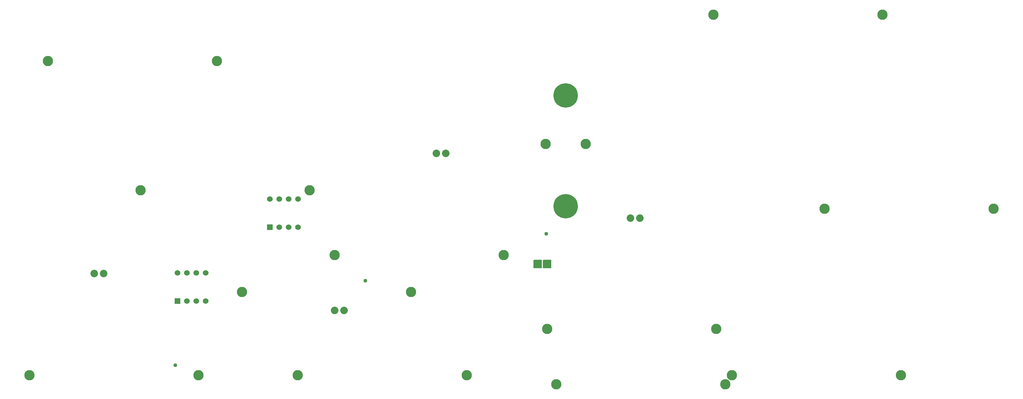
<source format=gbr>
G04 PROTEUS GERBER X2 FILE*
%TF.GenerationSoftware,Labcenter,Proteus,8.13-SP0-Build31525*%
%TF.CreationDate,2025-12-25T14:29:14+00:00*%
%TF.FileFunction,Soldermask,Bot*%
%TF.FilePolarity,Negative*%
%TF.Part,Single*%
%TF.SameCoordinates,{db0003a8-45e4-4f23-9e85-8f5fa2e6f16b}*%
%FSLAX45Y45*%
%MOMM*%
G01*
%TA.AperFunction,Material*%
%ADD71C,1.016000*%
%TA.AperFunction,Material*%
%ADD20C,2.032000*%
%AMPPAD014*
4,1,36,
-1.016000,1.143000,
1.016000,1.143000,
1.041970,1.140470,
1.065980,1.133200,
1.087580,1.121650,
1.106290,1.106290,
1.121650,1.087570,
1.133200,1.065980,
1.140470,1.041970,
1.143000,1.016000,
1.143000,-1.016000,
1.140470,-1.041970,
1.133200,-1.065980,
1.121650,-1.087570,
1.106290,-1.106290,
1.087580,-1.121650,
1.065980,-1.133200,
1.041970,-1.140470,
1.016000,-1.143000,
-1.016000,-1.143000,
-1.041970,-1.140470,
-1.065980,-1.133200,
-1.087580,-1.121650,
-1.106290,-1.106290,
-1.121650,-1.087570,
-1.133200,-1.065980,
-1.140470,-1.041970,
-1.143000,-1.016000,
-1.143000,1.016000,
-1.140470,1.041970,
-1.133200,1.065980,
-1.121650,1.087570,
-1.106290,1.106290,
-1.087580,1.121650,
-1.065980,1.133200,
-1.041970,1.140470,
-1.016000,1.143000,
0*%
%ADD22PPAD014*%
%TA.AperFunction,Material*%
%ADD23C,2.794000*%
%ADD24C,6.604000*%
%AMPPAD017*
4,1,36,
-0.635000,0.762000,
0.635000,0.762000,
0.660970,0.759470,
0.684980,0.752200,
0.706580,0.740650,
0.725290,0.725290,
0.740650,0.706570,
0.752200,0.684980,
0.759470,0.660970,
0.762000,0.635000,
0.762000,-0.635000,
0.759470,-0.660970,
0.752200,-0.684980,
0.740650,-0.706570,
0.725290,-0.725290,
0.706580,-0.740650,
0.684980,-0.752200,
0.660970,-0.759470,
0.635000,-0.762000,
-0.635000,-0.762000,
-0.660970,-0.759470,
-0.684980,-0.752200,
-0.706580,-0.740650,
-0.725290,-0.725290,
-0.740650,-0.706570,
-0.752200,-0.684980,
-0.759470,-0.660970,
-0.762000,-0.635000,
-0.762000,0.635000,
-0.759470,0.660970,
-0.752200,0.684980,
-0.740650,0.706570,
-0.725290,0.725290,
-0.706580,0.740650,
-0.684980,0.752200,
-0.660970,0.759470,
-0.635000,0.762000,
0*%
%TA.AperFunction,Material*%
%ADD25PPAD017*%
%ADD26C,1.524000*%
%TD.AperFunction*%
D71*
X-7810500Y+1270000D03*
X+2222500Y+4826000D03*
X-2667000Y+3556000D03*
D20*
X-10004000Y+3750000D03*
X-9750000Y+3750000D03*
X-3500000Y+2750000D03*
X-3246000Y+2750000D03*
X-750000Y+7000000D03*
X-496000Y+7000000D03*
X+4500000Y+5250000D03*
X+4754000Y+5250000D03*
D22*
X+2000000Y+4000000D03*
X+2254000Y+4000000D03*
D23*
X+2206440Y+7250000D03*
X+3293560Y+7250000D03*
D24*
X+2750000Y+8563180D03*
X+2750000Y+5565980D03*
D23*
X-11750000Y+1000000D03*
X-7178000Y+1000000D03*
X-4500000Y+1000000D03*
X+72000Y+1000000D03*
X+7250000Y+1000000D03*
X+11822000Y+1000000D03*
X+2250000Y+2250000D03*
X+6822000Y+2250000D03*
X+9750000Y+5500000D03*
X+14322000Y+5500000D03*
X-6000000Y+3250000D03*
X-1428000Y+3250000D03*
X-3500000Y+4250000D03*
X+1072000Y+4250000D03*
X-11250000Y+9500000D03*
X-6678000Y+9500000D03*
X-8750000Y+6000000D03*
X-4178000Y+6000000D03*
X+6750000Y+10750000D03*
X+11322000Y+10750000D03*
X+2500000Y+750000D03*
X+7072000Y+750000D03*
D25*
X-7750000Y+3000000D03*
D26*
X-7496000Y+3000000D03*
X-7242000Y+3000000D03*
X-6988000Y+3000000D03*
X-6988000Y+3762000D03*
X-7242000Y+3762000D03*
X-7496000Y+3762000D03*
X-7750000Y+3762000D03*
D25*
X-5250000Y+5000000D03*
D26*
X-4996000Y+5000000D03*
X-4742000Y+5000000D03*
X-4488000Y+5000000D03*
X-4488000Y+5762000D03*
X-4742000Y+5762000D03*
X-4996000Y+5762000D03*
X-5250000Y+5762000D03*
M02*

</source>
